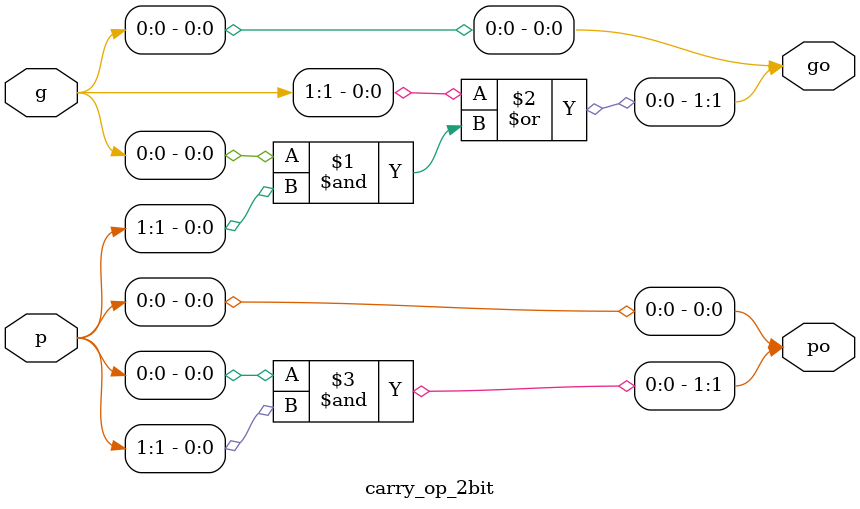
<source format=v>
module carry_op_2bit(
output[1:0]go,po,input [1:0]g,p
);
assign go[1]=g[1]|(g[0]&p[1]);
assign po[1]=p[0]&p[1];
assign go[0]=g[0];
assign po[0]=p[0];
endmodule
</source>
